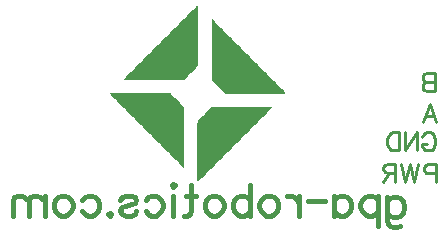
<source format=gbo>
G04 DipTrace 2.4.0.2*
%INBottomSilk.gbr*%
%MOIN*%
%ADD12C,0.003*%
%ADD33C,0.0154*%
%ADD91C,0.0093*%
%FSLAX44Y44*%
G04*
G70*
G90*
G75*
G01*
%LNBotSilk*%
%LPD*%
X13475Y13138D2*
D12*
X13505D1*
X13445Y13109D2*
X13505D1*
X13415Y13079D2*
X13505D1*
X13385Y13049D2*
X13505D1*
X13355Y13019D2*
X13505D1*
X13325Y12989D2*
X13505D1*
X13295Y12959D2*
X13505D1*
X13265Y12929D2*
X13505D1*
X13235Y12899D2*
X13505D1*
X13205Y12869D2*
X13505D1*
X13175Y12839D2*
X13505D1*
X13145Y12809D2*
X13505D1*
X13116Y12779D2*
X13505D1*
X13086Y12750D2*
X13505D1*
X13056Y12720D2*
X13505D1*
X13026Y12690D2*
X13505D1*
X13983D2*
D3*
X12996Y12660D2*
X13505D1*
X13983D2*
X14013D1*
X12966Y12630D2*
X13505D1*
X13983D2*
X14043D1*
X12936Y12600D2*
X13505D1*
X13983D2*
X14073D1*
X12906Y12570D2*
X13505D1*
X13983D2*
X14103D1*
X12876Y12540D2*
X13505D1*
X13983D2*
X14133D1*
X12846Y12510D2*
X13505D1*
X13983D2*
X14163D1*
X12816Y12480D2*
X13505D1*
X13983D2*
X14193D1*
X12786Y12450D2*
X13505D1*
X13983D2*
X14223D1*
X12756Y12420D2*
X13505D1*
X13983D2*
X14253D1*
X12727Y12390D2*
X13505D1*
X13983D2*
X14282D1*
X12697Y12361D2*
X13505D1*
X13983D2*
X14312D1*
X12667Y12331D2*
X13505D1*
X13983D2*
X14342D1*
X12637Y12301D2*
X13505D1*
X13983D2*
X14372D1*
X12607Y12271D2*
X13505D1*
X13983D2*
X14402D1*
X12577Y12241D2*
X13505D1*
X13983D2*
X14432D1*
X12547Y12211D2*
X13505D1*
X13983D2*
X14462D1*
X12517Y12181D2*
X13505D1*
X13983D2*
X14492D1*
X12487Y12151D2*
X13505D1*
X13983D2*
X14522D1*
X12457Y12121D2*
X13505D1*
X13983D2*
X14552D1*
X12427Y12091D2*
X13505D1*
X13983D2*
X14582D1*
X12397Y12061D2*
X13505D1*
X13983D2*
X14612D1*
X12368Y12031D2*
X13505D1*
X13983D2*
X14642D1*
X12338Y12001D2*
X13505D1*
X13983D2*
X14671D1*
X12308Y11972D2*
X13505D1*
X13983D2*
X14701D1*
X12278Y11942D2*
X13505D1*
X13983D2*
X14731D1*
X12248Y11912D2*
X13505D1*
X13983D2*
X14761D1*
X12218Y11882D2*
X13505D1*
X13983D2*
X14791D1*
X12188Y11852D2*
X13505D1*
X13983D2*
X14821D1*
X12158Y11822D2*
X13505D1*
X13983D2*
X14851D1*
X12128Y11792D2*
X13505D1*
X13983D2*
X14881D1*
X12098Y11762D2*
X13505D1*
X13983D2*
X14911D1*
X12068Y11732D2*
X13505D1*
X13983D2*
X14941D1*
X12038Y11702D2*
X13505D1*
X13983D2*
X14971D1*
X12008Y11672D2*
X13505D1*
X13983D2*
X15001D1*
X11979Y11642D2*
X13505D1*
X13983D2*
X15031D1*
X11949Y11613D2*
X13505D1*
X13983D2*
X15060D1*
X11919Y11583D2*
X13505D1*
X13983D2*
X15090D1*
X11889Y11553D2*
X13505D1*
X13983D2*
X15120D1*
X11859Y11523D2*
X13505D1*
X13983D2*
X15150D1*
X11829Y11493D2*
X13505D1*
X13983D2*
X15180D1*
X11799Y11463D2*
X13505D1*
X13983D2*
X15210D1*
X11769Y11433D2*
X13505D1*
X13983D2*
X15240D1*
X11739Y11403D2*
X13505D1*
X13983D2*
X15270D1*
X11709Y11373D2*
X13505D1*
X13983D2*
X15300D1*
X11679Y11343D2*
X13505D1*
X13983D2*
X15330D1*
X11649Y11313D2*
X13505D1*
X13983D2*
X15360D1*
X11619Y11283D2*
X13505D1*
X13983D2*
X15390D1*
X11590Y11253D2*
X13504D1*
X13983D2*
X15419D1*
X11560Y11224D2*
X13503D1*
X13983D2*
X15449D1*
X11530Y11194D2*
X13498D1*
X13983D2*
X15479D1*
X11500Y11164D2*
X13486D1*
X13983D2*
X15509D1*
X11470Y11134D2*
X13466D1*
X13983D2*
X15539D1*
X11440Y11104D2*
X13441D1*
X13983D2*
X15569D1*
X11410Y11074D2*
X13413D1*
X13983D2*
X15599D1*
X11380Y11044D2*
X13384D1*
X13983D2*
X15629D1*
X11350Y11014D2*
X13355D1*
X13983D2*
X15659D1*
X11320Y10984D2*
X13325D1*
X13983D2*
X15689D1*
X11290Y10954D2*
X13295D1*
X13983D2*
X15719D1*
X11260Y10924D2*
X13265D1*
X13983D2*
X15749D1*
X11231Y10894D2*
X13235D1*
X13983D2*
X15779D1*
X11201Y10864D2*
X13205D1*
X13983D2*
X15808D1*
X11171Y10835D2*
X13175D1*
X13983D2*
X15838D1*
X11141Y10805D2*
X13145D1*
X13983D2*
X15868D1*
X11111Y10775D2*
X13116D1*
X13983D2*
X15898D1*
X11081Y10745D2*
X13086D1*
X13985D2*
X15928D1*
X11051Y10715D2*
X13056D1*
X13990D2*
X15958D1*
X14002Y10685D2*
X15988D1*
X14022Y10655D2*
X16018D1*
X14047Y10625D2*
X16048D1*
X14074Y10595D2*
X16078D1*
X14103Y10565D2*
X16108D1*
X14133Y10535D2*
X16138D1*
X14163Y10505D2*
X16168D1*
X14193Y10475D2*
X16197D1*
X14223Y10446D2*
X16227D1*
X14253Y10416D2*
X16257D1*
X14282Y10386D2*
X16287D1*
X14312Y10356D2*
X16317D1*
X14342Y10326D2*
X16346D1*
X14372Y10296D2*
X16371D1*
X14402Y10266D2*
X16391D1*
X10602Y10236D2*
X12577D1*
X14432D2*
X16407D1*
X10618Y10206D2*
X12607D1*
X10640Y10176D2*
X12637D1*
X10665Y10146D2*
X12667D1*
X10693Y10116D2*
X12697D1*
X10722Y10087D2*
X12727D1*
X10752Y10057D2*
X12756D1*
X10782Y10027D2*
X12786D1*
X10812Y9997D2*
X12816D1*
X10842Y9967D2*
X12846D1*
X10871Y9937D2*
X12876D1*
X10901Y9907D2*
X12906D1*
X10931Y9877D2*
X12936D1*
X10961Y9847D2*
X12965D1*
X10991Y9817D2*
X12990D1*
X11021Y9787D2*
X13007D1*
X11051Y9757D2*
X13017D1*
X13953D2*
X15958D1*
X11081Y9727D2*
X13022D1*
X13923D2*
X15928D1*
X11111Y9698D2*
X13024D1*
X13894D2*
X15898D1*
X11141Y9668D2*
X13025D1*
X13864D2*
X15868D1*
X11171Y9638D2*
X13026D1*
X13834D2*
X15838D1*
X11201Y9608D2*
X13026D1*
X13804D2*
X15808D1*
X11231Y9578D2*
X13026D1*
X13774D2*
X15779D1*
X11260Y9548D2*
X13026D1*
X13744D2*
X15749D1*
X11290Y9518D2*
X13026D1*
X13714D2*
X15719D1*
X11320Y9488D2*
X13026D1*
X13684D2*
X15689D1*
X11350Y9458D2*
X13026D1*
X13654D2*
X15659D1*
X11380Y9428D2*
X13026D1*
X13624D2*
X15629D1*
X11410Y9398D2*
X13026D1*
X13594D2*
X15599D1*
X11440Y9368D2*
X13026D1*
X13566D2*
X15569D1*
X11470Y9338D2*
X13026D1*
X13541D2*
X15539D1*
X11500Y9309D2*
X13026D1*
X13523D2*
X15509D1*
X11530Y9279D2*
X13026D1*
X13513D2*
X15479D1*
X11560Y9249D2*
X13026D1*
X13508D2*
X15449D1*
X11590Y9219D2*
X13026D1*
X13506D2*
X15419D1*
X11619Y9189D2*
X13026D1*
X13505D2*
X15390D1*
X11649Y9159D2*
X13026D1*
X13505D2*
X15360D1*
X11679Y9129D2*
X13026D1*
X13505D2*
X15330D1*
X11709Y9099D2*
X13026D1*
X13505D2*
X15300D1*
X11739Y9069D2*
X13026D1*
X13505D2*
X15270D1*
X11769Y9039D2*
X13026D1*
X13505D2*
X15240D1*
X11799Y9009D2*
X13026D1*
X13505D2*
X15210D1*
X11829Y8979D2*
X13026D1*
X13505D2*
X15180D1*
X11859Y8950D2*
X13026D1*
X13505D2*
X15150D1*
X11889Y8920D2*
X13026D1*
X13505D2*
X15120D1*
X11919Y8890D2*
X13026D1*
X13505D2*
X15090D1*
X11949Y8860D2*
X13026D1*
X13505D2*
X15060D1*
X11979Y8830D2*
X13026D1*
X13505D2*
X15031D1*
X12008Y8800D2*
X13026D1*
X13505D2*
X15001D1*
X12038Y8770D2*
X13026D1*
X13505D2*
X14971D1*
X12068Y8740D2*
X13026D1*
X13505D2*
X14941D1*
X12098Y8710D2*
X13026D1*
X13505D2*
X14911D1*
X12128Y8680D2*
X13026D1*
X13505D2*
X14881D1*
X12158Y8650D2*
X13026D1*
X13505D2*
X14851D1*
X12188Y8620D2*
X13026D1*
X13505D2*
X14821D1*
X12218Y8590D2*
X13026D1*
X13505D2*
X14791D1*
X12248Y8561D2*
X13026D1*
X13505D2*
X14761D1*
X12278Y8531D2*
X13026D1*
X13505D2*
X14731D1*
X12308Y8501D2*
X13026D1*
X13505D2*
X14701D1*
X12338Y8471D2*
X13026D1*
X13505D2*
X14671D1*
X12368Y8441D2*
X13026D1*
X13505D2*
X14642D1*
X12397Y8411D2*
X13026D1*
X13505D2*
X14612D1*
X12427Y8381D2*
X13026D1*
X13505D2*
X14582D1*
X12457Y8351D2*
X13026D1*
X13505D2*
X14552D1*
X12487Y8321D2*
X13026D1*
X13505D2*
X14522D1*
X12517Y8291D2*
X13026D1*
X13505D2*
X14492D1*
X12547Y8261D2*
X13026D1*
X13505D2*
X14462D1*
X12577Y8231D2*
X13026D1*
X13505D2*
X14432D1*
X12607Y8201D2*
X13026D1*
X13505D2*
X14402D1*
X12637Y8172D2*
X13026D1*
X13505D2*
X14372D1*
X12667Y8142D2*
X13026D1*
X13505D2*
X14342D1*
X12697Y8112D2*
X13026D1*
X13505D2*
X14312D1*
X12727Y8082D2*
X13026D1*
X13505D2*
X14282D1*
X12756Y8052D2*
X13026D1*
X13505D2*
X14253D1*
X12786Y8022D2*
X13026D1*
X13505D2*
X14223D1*
X12816Y7992D2*
X13026D1*
X13505D2*
X14193D1*
X12846Y7962D2*
X13026D1*
X13505D2*
X14163D1*
X12876Y7932D2*
X13026D1*
X13505D2*
X14133D1*
X12906Y7902D2*
X13026D1*
X13505D2*
X14103D1*
X12936Y7872D2*
X13026D1*
X13505D2*
X14073D1*
X12966Y7842D2*
X13026D1*
X13505D2*
X14043D1*
X12996Y7813D2*
X13026D1*
X13505D2*
X14013D1*
X13026Y7783D2*
D3*
X13505D2*
X13983D1*
X13505Y7753D2*
X13953D1*
X13505Y7723D2*
X13923D1*
X13505Y7693D2*
X13894D1*
X13505Y7663D2*
X13864D1*
X13505Y7633D2*
X13834D1*
X13505Y7603D2*
X13804D1*
X13505Y7573D2*
X13774D1*
X13505Y7543D2*
X13744D1*
X13505Y7513D2*
X13714D1*
X13505Y7483D2*
X13684D1*
X13505Y7453D2*
X13654D1*
X13505Y7424D2*
X13624D1*
X13505Y7394D2*
X13594D1*
X13505Y7364D2*
X13564D1*
X13505Y7334D2*
X13534D1*
X13475Y13138D2*
X13445Y13109D1*
X13415Y13079D1*
X13385Y13049D1*
X13355Y13019D1*
X13325Y12989D1*
X13295Y12959D1*
X13265Y12929D1*
X13235Y12899D1*
X13205Y12869D1*
X13175Y12839D1*
X13145Y12809D1*
X13116Y12779D1*
X13086Y12750D1*
X13056Y12720D1*
X13026Y12690D1*
X12996Y12660D1*
X12966Y12630D1*
X12936Y12600D1*
X12906Y12570D1*
X12876Y12540D1*
X12846Y12510D1*
X12816Y12480D1*
X12786Y12450D1*
X12756Y12420D1*
X12727Y12390D1*
X12697Y12361D1*
X12667Y12331D1*
X12637Y12301D1*
X12607Y12271D1*
X12577Y12241D1*
X12547Y12211D1*
X12517Y12181D1*
X12487Y12151D1*
X12457Y12121D1*
X12427Y12091D1*
X12397Y12061D1*
X12368Y12031D1*
X12338Y12001D1*
X12308Y11972D1*
X12278Y11942D1*
X12248Y11912D1*
X12218Y11882D1*
X12188Y11852D1*
X12158Y11822D1*
X12128Y11792D1*
X12098Y11762D1*
X12068Y11732D1*
X12038Y11702D1*
X12008Y11672D1*
X11979Y11642D1*
X11949Y11613D1*
X11919Y11583D1*
X11889Y11553D1*
X11859Y11523D1*
X11829Y11493D1*
X11799Y11463D1*
X11769Y11433D1*
X11739Y11403D1*
X11709Y11373D1*
X11679Y11343D1*
X11649Y11313D1*
X11619Y11283D1*
X11590Y11253D1*
X11560Y11224D1*
X11530Y11194D1*
X11500Y11164D1*
X11470Y11134D1*
X11440Y11104D1*
X11410Y11074D1*
X11380Y11044D1*
X11350Y11014D1*
X11320Y10984D1*
X11290Y10954D1*
X11260Y10924D1*
X11231Y10894D1*
X11201Y10864D1*
X11171Y10835D1*
X11141Y10805D1*
X11111Y10775D1*
X11081Y10745D1*
X11051Y10715D1*
X13505Y13138D2*
Y13109D1*
Y13079D1*
Y13049D1*
Y13019D1*
Y12989D1*
Y12959D1*
Y12929D1*
Y12899D1*
Y12869D1*
Y12839D1*
Y12809D1*
Y12779D1*
Y12750D1*
Y12720D1*
Y12690D1*
Y12660D1*
Y12630D1*
Y12600D1*
Y12570D1*
Y12540D1*
Y12510D1*
Y12480D1*
Y12450D1*
Y12420D1*
Y12390D1*
Y12361D1*
Y12331D1*
Y12301D1*
Y12271D1*
Y12241D1*
Y12211D1*
Y12181D1*
Y12151D1*
Y12121D1*
Y12091D1*
Y12061D1*
Y12031D1*
Y12001D1*
Y11972D1*
Y11942D1*
Y11912D1*
Y11882D1*
Y11852D1*
Y11822D1*
Y11792D1*
Y11762D1*
Y11732D1*
Y11702D1*
Y11672D1*
Y11642D1*
Y11613D1*
Y11583D1*
Y11553D1*
Y11523D1*
Y11493D1*
Y11463D1*
Y11433D1*
Y11403D1*
Y11373D1*
Y11343D1*
Y11313D1*
Y11283D1*
X13504Y11253D1*
X13503Y11224D1*
X13498Y11194D1*
X13486Y11164D1*
X13466Y11134D1*
X13441Y11104D1*
X13413Y11074D1*
X13384Y11044D1*
X13355Y11014D1*
X13325Y10984D1*
X13295Y10954D1*
X13265Y10924D1*
X13235Y10894D1*
X13205Y10864D1*
X13175Y10835D1*
X13145Y10805D1*
X13116Y10775D1*
X13086Y10745D1*
X13056Y10715D1*
X13983Y12690D2*
Y12660D1*
Y12630D1*
Y12600D1*
Y12570D1*
Y12540D1*
Y12510D1*
Y12480D1*
Y12450D1*
Y12420D1*
Y12390D1*
Y12361D1*
Y12331D1*
Y12301D1*
Y12271D1*
Y12241D1*
Y12211D1*
Y12181D1*
Y12151D1*
Y12121D1*
Y12091D1*
Y12061D1*
Y12031D1*
Y12001D1*
Y11972D1*
Y11942D1*
Y11912D1*
Y11882D1*
Y11852D1*
Y11822D1*
Y11792D1*
Y11762D1*
Y11732D1*
Y11702D1*
Y11672D1*
Y11642D1*
Y11613D1*
Y11583D1*
Y11553D1*
Y11523D1*
Y11493D1*
Y11463D1*
Y11433D1*
Y11403D1*
Y11373D1*
Y11343D1*
Y11313D1*
Y11283D1*
Y11253D1*
Y11224D1*
Y11194D1*
Y11164D1*
Y11134D1*
Y11104D1*
Y11074D1*
Y11044D1*
Y11014D1*
Y10984D1*
Y10954D1*
Y10924D1*
Y10894D1*
Y10864D1*
Y10835D1*
Y10805D1*
Y10775D1*
X13985Y10745D1*
X13990Y10715D1*
X14002Y10685D1*
X14022Y10655D1*
X14047Y10625D1*
X14074Y10595D1*
X14103Y10565D1*
X14133Y10535D1*
X14163Y10505D1*
X14193Y10475D1*
X14223Y10446D1*
X14253Y10416D1*
X14282Y10386D1*
X14312Y10356D1*
X14342Y10326D1*
X14372Y10296D1*
X14402Y10266D1*
X14432Y10236D1*
X14013Y12660D2*
X14043Y12630D1*
X14073Y12600D1*
X14103Y12570D1*
X14133Y12540D1*
X14163Y12510D1*
X14193Y12480D1*
X14223Y12450D1*
X14253Y12420D1*
X14282Y12390D1*
X14312Y12361D1*
X14342Y12331D1*
X14372Y12301D1*
X14402Y12271D1*
X14432Y12241D1*
X14462Y12211D1*
X14492Y12181D1*
X14522Y12151D1*
X14552Y12121D1*
X14582Y12091D1*
X14612Y12061D1*
X14642Y12031D1*
X14671Y12001D1*
X14701Y11972D1*
X14731Y11942D1*
X14761Y11912D1*
X14791Y11882D1*
X14821Y11852D1*
X14851Y11822D1*
X14881Y11792D1*
X14911Y11762D1*
X14941Y11732D1*
X14971Y11702D1*
X15001Y11672D1*
X15031Y11642D1*
X15060Y11613D1*
X15090Y11583D1*
X15120Y11553D1*
X15150Y11523D1*
X15180Y11493D1*
X15210Y11463D1*
X15240Y11433D1*
X15270Y11403D1*
X15300Y11373D1*
X15330Y11343D1*
X15360Y11313D1*
X15390Y11283D1*
X15419Y11253D1*
X15449Y11224D1*
X15479Y11194D1*
X15509Y11164D1*
X15539Y11134D1*
X15569Y11104D1*
X15599Y11074D1*
X15629Y11044D1*
X15659Y11014D1*
X15689Y10984D1*
X15719Y10954D1*
X15749Y10924D1*
X15779Y10894D1*
X15808Y10864D1*
X15838Y10835D1*
X15868Y10805D1*
X15898Y10775D1*
X15928Y10745D1*
X15958Y10715D1*
X15988Y10685D1*
X16018Y10655D1*
X16048Y10625D1*
X16078Y10595D1*
X16108Y10565D1*
X16138Y10535D1*
X16168Y10505D1*
X16197Y10475D1*
X16227Y10446D1*
X16257Y10416D1*
X16287Y10386D1*
X16317Y10356D1*
X16346Y10326D1*
X16371Y10296D1*
X16391Y10266D1*
X16407Y10236D1*
X10602D2*
X10618Y10206D1*
X10640Y10176D1*
X10665Y10146D1*
X10693Y10116D1*
X10722Y10087D1*
X10752Y10057D1*
X10782Y10027D1*
X10812Y9997D1*
X10842Y9967D1*
X10871Y9937D1*
X10901Y9907D1*
X10931Y9877D1*
X10961Y9847D1*
X10991Y9817D1*
X11021Y9787D1*
X11051Y9757D1*
X11081Y9727D1*
X11111Y9698D1*
X11141Y9668D1*
X11171Y9638D1*
X11201Y9608D1*
X11231Y9578D1*
X11260Y9548D1*
X11290Y9518D1*
X11320Y9488D1*
X11350Y9458D1*
X11380Y9428D1*
X11410Y9398D1*
X11440Y9368D1*
X11470Y9338D1*
X11500Y9309D1*
X11530Y9279D1*
X11560Y9249D1*
X11590Y9219D1*
X11619Y9189D1*
X11649Y9159D1*
X11679Y9129D1*
X11709Y9099D1*
X11739Y9069D1*
X11769Y9039D1*
X11799Y9009D1*
X11829Y8979D1*
X11859Y8950D1*
X11889Y8920D1*
X11919Y8890D1*
X11949Y8860D1*
X11979Y8830D1*
X12008Y8800D1*
X12038Y8770D1*
X12068Y8740D1*
X12098Y8710D1*
X12128Y8680D1*
X12158Y8650D1*
X12188Y8620D1*
X12218Y8590D1*
X12248Y8561D1*
X12278Y8531D1*
X12308Y8501D1*
X12338Y8471D1*
X12368Y8441D1*
X12397Y8411D1*
X12427Y8381D1*
X12457Y8351D1*
X12487Y8321D1*
X12517Y8291D1*
X12547Y8261D1*
X12577Y8231D1*
X12607Y8201D1*
X12637Y8172D1*
X12667Y8142D1*
X12697Y8112D1*
X12727Y8082D1*
X12756Y8052D1*
X12786Y8022D1*
X12816Y7992D1*
X12846Y7962D1*
X12876Y7932D1*
X12906Y7902D1*
X12936Y7872D1*
X12966Y7842D1*
X12996Y7813D1*
X13026Y7783D1*
X12577Y10236D2*
X12607Y10206D1*
X12637Y10176D1*
X12667Y10146D1*
X12697Y10116D1*
X12727Y10087D1*
X12756Y10057D1*
X12786Y10027D1*
X12816Y9997D1*
X12846Y9967D1*
X12876Y9937D1*
X12906Y9907D1*
X12936Y9877D1*
X12965Y9847D1*
X12990Y9817D1*
X13007Y9787D1*
X13017Y9757D1*
X13022Y9727D1*
X13024Y9698D1*
X13025Y9668D1*
X13026Y9638D1*
Y9608D1*
Y9578D1*
Y9548D1*
Y9518D1*
Y9488D1*
Y9458D1*
Y9428D1*
Y9398D1*
Y9368D1*
Y9338D1*
Y9309D1*
Y9279D1*
Y9249D1*
Y9219D1*
Y9189D1*
Y9159D1*
Y9129D1*
Y9099D1*
Y9069D1*
Y9039D1*
Y9009D1*
Y8979D1*
Y8950D1*
Y8920D1*
Y8890D1*
Y8860D1*
Y8830D1*
Y8800D1*
Y8770D1*
Y8740D1*
Y8710D1*
Y8680D1*
Y8650D1*
Y8620D1*
Y8590D1*
Y8561D1*
Y8531D1*
Y8501D1*
Y8471D1*
Y8441D1*
Y8411D1*
Y8381D1*
Y8351D1*
Y8321D1*
Y8291D1*
Y8261D1*
Y8231D1*
Y8201D1*
Y8172D1*
Y8142D1*
Y8112D1*
Y8082D1*
Y8052D1*
Y8022D1*
Y7992D1*
Y7962D1*
Y7932D1*
Y7902D1*
Y7872D1*
Y7842D1*
Y7813D1*
Y7783D1*
X13953Y9757D2*
X13923Y9727D1*
X13894Y9698D1*
X13864Y9668D1*
X13834Y9638D1*
X13804Y9608D1*
X13774Y9578D1*
X13744Y9548D1*
X13714Y9518D1*
X13684Y9488D1*
X13654Y9458D1*
X13624Y9428D1*
X13594Y9398D1*
X13566Y9368D1*
X13541Y9338D1*
X13523Y9309D1*
X13513Y9279D1*
X13508Y9249D1*
X13506Y9219D1*
X13505Y9189D1*
Y9159D1*
Y9129D1*
Y9099D1*
Y9069D1*
Y9039D1*
Y9009D1*
Y8979D1*
Y8950D1*
Y8920D1*
Y8890D1*
Y8860D1*
Y8830D1*
Y8800D1*
Y8770D1*
Y8740D1*
Y8710D1*
Y8680D1*
Y8650D1*
Y8620D1*
Y8590D1*
Y8561D1*
Y8531D1*
Y8501D1*
Y8471D1*
Y8441D1*
Y8411D1*
Y8381D1*
Y8351D1*
Y8321D1*
Y8291D1*
Y8261D1*
Y8231D1*
Y8201D1*
Y8172D1*
Y8142D1*
Y8112D1*
Y8082D1*
Y8052D1*
Y8022D1*
Y7992D1*
Y7962D1*
Y7932D1*
Y7902D1*
Y7872D1*
Y7842D1*
Y7813D1*
Y7783D1*
Y7753D1*
Y7723D1*
Y7693D1*
Y7663D1*
Y7633D1*
Y7603D1*
Y7573D1*
Y7543D1*
Y7513D1*
Y7483D1*
Y7453D1*
Y7424D1*
Y7394D1*
Y7364D1*
Y7334D1*
X15958Y9757D2*
X15928Y9727D1*
X15898Y9698D1*
X15868Y9668D1*
X15838Y9638D1*
X15808Y9608D1*
X15779Y9578D1*
X15749Y9548D1*
X15719Y9518D1*
X15689Y9488D1*
X15659Y9458D1*
X15629Y9428D1*
X15599Y9398D1*
X15569Y9368D1*
X15539Y9338D1*
X15509Y9309D1*
X15479Y9279D1*
X15449Y9249D1*
X15419Y9219D1*
X15390Y9189D1*
X15360Y9159D1*
X15330Y9129D1*
X15300Y9099D1*
X15270Y9069D1*
X15240Y9039D1*
X15210Y9009D1*
X15180Y8979D1*
X15150Y8950D1*
X15120Y8920D1*
X15090Y8890D1*
X15060Y8860D1*
X15031Y8830D1*
X15001Y8800D1*
X14971Y8770D1*
X14941Y8740D1*
X14911Y8710D1*
X14881Y8680D1*
X14851Y8650D1*
X14821Y8620D1*
X14791Y8590D1*
X14761Y8561D1*
X14731Y8531D1*
X14701Y8501D1*
X14671Y8471D1*
X14642Y8441D1*
X14612Y8411D1*
X14582Y8381D1*
X14552Y8351D1*
X14522Y8321D1*
X14492Y8291D1*
X14462Y8261D1*
X14432Y8231D1*
X14402Y8201D1*
X14372Y8172D1*
X14342Y8142D1*
X14312Y8112D1*
X14282Y8082D1*
X14253Y8052D1*
X14223Y8022D1*
X14193Y7992D1*
X14163Y7962D1*
X14133Y7932D1*
X14103Y7902D1*
X14073Y7872D1*
X14043Y7842D1*
X14013Y7813D1*
X13983Y7783D1*
X13953Y7753D1*
X13923Y7723D1*
X13894Y7693D1*
X13864Y7663D1*
X13834Y7633D1*
X13804Y7603D1*
X13774Y7573D1*
X13744Y7543D1*
X13714Y7513D1*
X13684Y7483D1*
X13654Y7453D1*
X13624Y7424D1*
X13594Y7394D1*
X13564Y7364D1*
X13534Y7334D1*
X19820Y6774D2*
D33*
Y6008D1*
X19868Y5865D1*
X19915Y5817D1*
X20011Y5769D1*
X20155D1*
X20250Y5817D1*
X19820Y6630D2*
X19915Y6725D1*
X20011Y6774D1*
X20155D1*
X20250Y6725D1*
X20346Y6630D1*
X20394Y6486D1*
Y6390D1*
X20346Y6248D1*
X20250Y6152D1*
X20155Y6104D1*
X20011D1*
X19915Y6152D1*
X19820Y6248D1*
X19511Y6821D2*
Y5817D1*
Y6678D2*
X19415Y6773D1*
X19320Y6821D1*
X19176D1*
X19080Y6773D1*
X18985Y6678D1*
X18936Y6534D1*
Y6438D1*
X18985Y6295D1*
X19080Y6199D1*
X19176Y6152D1*
X19320D1*
X19415Y6199D1*
X19511Y6295D1*
X18054Y6821D2*
Y6152D1*
Y6678D2*
X18149Y6774D1*
X18245Y6821D1*
X18388D1*
X18484Y6774D1*
X18579Y6678D1*
X18628Y6534D1*
Y6439D1*
X18579Y6295D1*
X18484Y6200D1*
X18388Y6152D1*
X18245D1*
X18149Y6200D1*
X18054Y6295D1*
X17745Y6653D2*
X17192D1*
X16884Y6821D2*
Y6152D1*
Y6534D2*
X16835Y6678D1*
X16740Y6774D1*
X16644Y6821D1*
X16500D1*
X15953D2*
X16048Y6774D1*
X16144Y6678D1*
X16191Y6534D1*
Y6439D1*
X16144Y6295D1*
X16048Y6200D1*
X15953Y6152D1*
X15809D1*
X15713Y6200D1*
X15618Y6295D1*
X15569Y6439D1*
Y6534D1*
X15618Y6678D1*
X15713Y6774D1*
X15809Y6821D1*
X15953D1*
X15260Y7156D2*
Y6152D1*
Y6678D2*
X15164Y6774D1*
X15069Y6821D1*
X14925D1*
X14830Y6774D1*
X14734Y6678D1*
X14687Y6534D1*
Y6439D1*
X14734Y6295D1*
X14830Y6200D1*
X14925Y6152D1*
X15069D1*
X15164Y6200D1*
X15260Y6295D1*
X14139Y6821D2*
X14234Y6774D1*
X14330Y6678D1*
X14378Y6534D1*
Y6439D1*
X14330Y6295D1*
X14234Y6200D1*
X14139Y6152D1*
X13995D1*
X13899Y6200D1*
X13804Y6295D1*
X13755Y6439D1*
Y6534D1*
X13804Y6678D1*
X13899Y6774D1*
X13995Y6821D1*
X14139D1*
X13303Y7156D2*
Y6343D1*
X13255Y6200D1*
X13159Y6152D1*
X13064D1*
X13447Y6821D2*
X13112D1*
X12755Y7156D2*
X12708Y7109D1*
X12659Y7156D1*
X12708Y7205D1*
X12755Y7156D1*
X12708Y6821D2*
Y6152D1*
X11776Y6678D2*
X11872Y6774D1*
X11968Y6821D1*
X12111D1*
X12207Y6774D1*
X12302Y6678D1*
X12350Y6534D1*
Y6439D1*
X12302Y6295D1*
X12207Y6200D1*
X12111Y6152D1*
X11968D1*
X11872Y6200D1*
X11776Y6295D1*
X10941Y6678D2*
X10988Y6774D1*
X11132Y6821D1*
X11276D1*
X11419Y6774D1*
X11467Y6678D1*
X11419Y6583D1*
X11323Y6534D1*
X11084Y6486D1*
X10988Y6439D1*
X10941Y6343D1*
Y6295D1*
X10988Y6200D1*
X11132Y6152D1*
X11276D1*
X11419Y6200D1*
X11467Y6295D1*
X10584Y6248D2*
X10632Y6199D1*
X10584Y6152D1*
X10536Y6199D1*
X10584Y6248D1*
X9652Y6678D2*
X9748Y6774D1*
X9844Y6821D1*
X9987D1*
X10083Y6774D1*
X10178Y6678D1*
X10227Y6534D1*
Y6439D1*
X10178Y6295D1*
X10083Y6200D1*
X9987Y6152D1*
X9844D1*
X9748Y6200D1*
X9652Y6295D1*
X9105Y6821D2*
X9200Y6774D1*
X9296Y6678D1*
X9343Y6534D1*
Y6439D1*
X9296Y6295D1*
X9200Y6200D1*
X9105Y6152D1*
X8961D1*
X8865Y6200D1*
X8770Y6295D1*
X8721Y6439D1*
Y6534D1*
X8770Y6678D1*
X8865Y6774D1*
X8961Y6821D1*
X9105D1*
X8412D2*
Y6152D1*
Y6630D2*
X8269Y6774D1*
X8172Y6821D1*
X8030D1*
X7934Y6774D1*
X7886Y6630D1*
Y6152D1*
Y6630D2*
X7742Y6774D1*
X7646Y6821D1*
X7504D1*
X7407Y6774D1*
X7359Y6630D1*
Y6152D1*
X21456Y7557D2*
D91*
X21197D1*
X21112Y7586D1*
X21083Y7615D1*
X21054Y7672D1*
Y7758D1*
X21083Y7815D1*
X21112Y7844D1*
X21197Y7873D1*
X21456D1*
Y7270D1*
X20869Y7873D2*
X20725Y7270D1*
X20582Y7873D1*
X20438Y7270D1*
X20295Y7873D1*
X20109Y7586D2*
X19851D1*
X19765Y7615D1*
X19736Y7643D1*
X19707Y7700D1*
Y7758D1*
X19736Y7815D1*
X19765Y7844D1*
X19851Y7873D1*
X20109D1*
Y7270D1*
X19908Y7586D2*
X19707Y7270D1*
X21007Y8786D2*
X21035Y8843D1*
X21093Y8900D1*
X21150Y8929D1*
X21265D1*
X21322Y8900D1*
X21379Y8843D1*
X21409Y8786D1*
X21437Y8699D1*
Y8555D1*
X21409Y8470D1*
X21379Y8412D1*
X21322Y8355D1*
X21265Y8326D1*
X21150D1*
X21093Y8355D1*
X21035Y8412D1*
X21007Y8470D1*
Y8555D1*
X21150D1*
X20420Y8929D2*
Y8326D1*
X20821Y8929D1*
Y8326D1*
X20234Y8929D2*
Y8326D1*
X20033D1*
X19947Y8355D1*
X19889Y8412D1*
X19861Y8470D1*
X19832Y8555D1*
Y8699D1*
X19861Y8786D1*
X19889Y8843D1*
X19947Y8900D1*
X20033Y8929D1*
X20234D1*
X21013Y9257D2*
X21244Y9860D1*
X21473Y9257D1*
X21387Y9458D2*
X21100D1*
X21415Y10897D2*
Y10294D1*
X21157D1*
X21070Y10324D1*
X21042Y10352D1*
X21013Y10409D1*
Y10495D1*
X21042Y10553D1*
X21070Y10582D1*
X21157Y10610D1*
X21070Y10639D1*
X21042Y10668D1*
X21013Y10725D1*
Y10783D1*
X21042Y10840D1*
X21070Y10869D1*
X21157Y10897D1*
X21415D1*
Y10610D2*
X21157D1*
M02*

</source>
